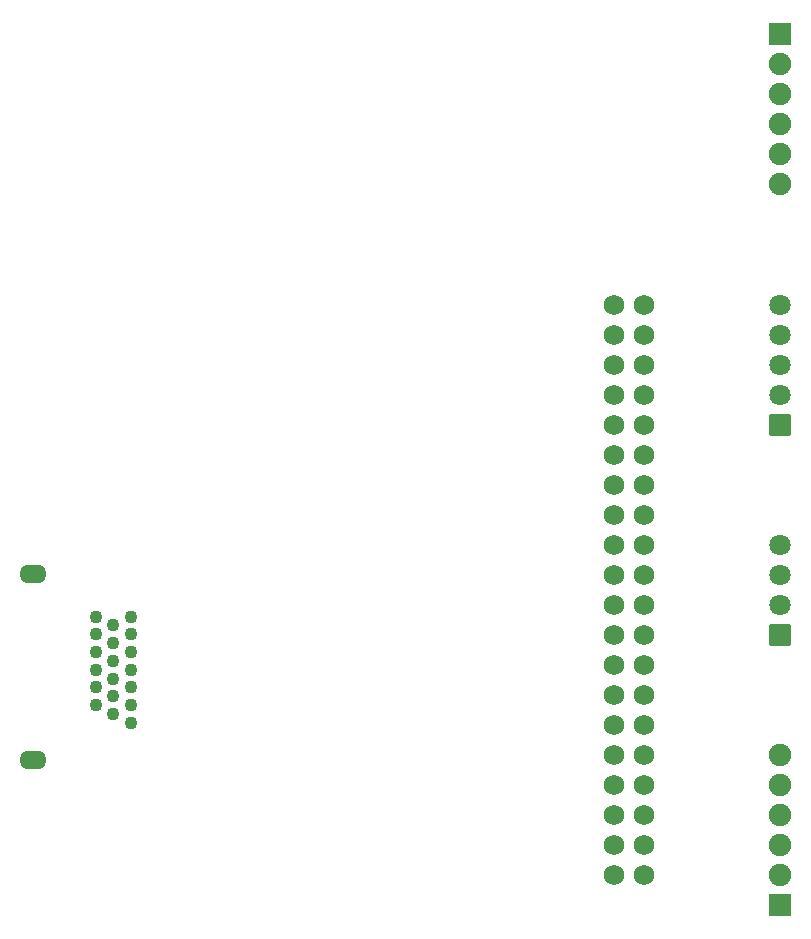
<source format=gbs>
G04 Layer: BottomSolderMaskLayer*
G04 EasyEDA v6.5.23, 2023-06-18 13:26:56*
G04 e563b856323e489fb497cbcb29ae2dd2,10*
G04 Gerber Generator version 0.2*
G04 Scale: 100 percent, Rotated: No, Reflected: No *
G04 Dimensions in millimeters *
G04 leading zeros omitted , absolute positions ,4 integer and 5 decimal *
%FSLAX45Y45*%
%MOMM*%

%AMMACRO1*1,1,$1,$2,$3*1,1,$1,$4,$5*1,1,$1,0-$2,0-$3*1,1,$1,0-$4,0-$5*20,1,$1,$2,$3,$4,$5,0*20,1,$1,$4,$5,0-$2,0-$3,0*20,1,$1,0-$2,0-$3,0-$4,0-$5,0*20,1,$1,0-$4,0-$5,$2,$3,0*4,1,4,$2,$3,$4,$5,0-$2,0-$3,0-$4,0-$5,$2,$3,0*%
%ADD10C,1.9016*%
%ADD11MACRO1,0.1016X-0.9X-0.9X-0.9X0.9*%
%ADD12C,1.7272*%
%ADD13MACRO1,0.1016X0.9X0.9X0.9X-0.9*%
%ADD14MACRO1,0.1016X-0.85X-0.85X-0.85X0.85*%
%ADD15C,1.8016*%
%ADD16C,1.1016*%
%ADD17O,2.3015956X1.6015970000000002*%

%LPD*%
D10*
G01*
X6699986Y2106515D03*
G01*
X6699986Y1852515D03*
G01*
X6699986Y1598515D03*
G01*
X6699986Y1344515D03*
G01*
X6699986Y1090515D03*
D11*
G01*
X6699986Y836517D03*
D12*
G01*
X5295900Y1092200D03*
G01*
X5549900Y1092200D03*
G01*
X5295900Y1346200D03*
G01*
X5549900Y1346200D03*
G01*
X5295900Y1600200D03*
G01*
X5549900Y1600200D03*
G01*
X5295900Y1854200D03*
G01*
X5549900Y1854200D03*
G01*
X5295900Y2108200D03*
G01*
X5549900Y2108200D03*
G01*
X5295900Y2362200D03*
G01*
X5549900Y2362200D03*
G01*
X5295900Y2616200D03*
G01*
X5549900Y2616200D03*
G01*
X5295900Y2870200D03*
G01*
X5549900Y2870200D03*
G01*
X5295900Y3124200D03*
G01*
X5549900Y3124200D03*
G01*
X5295900Y3378200D03*
G01*
X5549900Y3378200D03*
G01*
X5295900Y3632200D03*
G01*
X5549900Y3632200D03*
G01*
X5295900Y3886200D03*
G01*
X5549900Y3886200D03*
G01*
X5295900Y4140200D03*
G01*
X5549900Y4140200D03*
G01*
X5295900Y4394200D03*
G01*
X5549900Y4394200D03*
G01*
X5295900Y4648200D03*
G01*
X5549900Y4648200D03*
G01*
X5295900Y4902200D03*
G01*
X5549900Y4902200D03*
G01*
X5295900Y5156200D03*
G01*
X5549900Y5156200D03*
G01*
X5295900Y5410200D03*
G01*
X5549900Y5410200D03*
G01*
X5295900Y5664200D03*
G01*
X5549900Y5664200D03*
G01*
X5295900Y5918200D03*
G01*
X5549900Y5918200D03*
D10*
G01*
X6699986Y6946884D03*
G01*
X6699986Y7200884D03*
G01*
X6699986Y7454884D03*
G01*
X6699986Y7708884D03*
G01*
X6699986Y7962884D03*
D13*
G01*
X6699986Y8216884D03*
D14*
G01*
X6699987Y3124394D03*
D15*
G01*
X6699986Y3378393D03*
G01*
X6699986Y3632393D03*
G01*
X6699986Y3886393D03*
D14*
G01*
X6699987Y4902201D03*
D15*
G01*
X6699986Y5156200D03*
G01*
X6699986Y5410200D03*
G01*
X6699986Y5664200D03*
G01*
X6699986Y5918200D03*
D16*
G01*
X1202397Y2381504D03*
G01*
X1052385Y2456510D03*
G01*
X1202397Y2531490D03*
G01*
X902398Y2531490D03*
G01*
X1052385Y2606497D03*
G01*
X902398Y2681503D03*
G01*
X1202397Y2681503D03*
G01*
X1052385Y2756509D03*
G01*
X1202397Y2831490D03*
G01*
X902398Y2831490D03*
G01*
X1052385Y2906496D03*
G01*
X902398Y2981502D03*
G01*
X1202397Y2981502D03*
G01*
X1052385Y3056509D03*
G01*
X1202397Y3131515D03*
G01*
X902398Y3131515D03*
G01*
X1052385Y3206495D03*
G01*
X902398Y3281502D03*
G01*
X1202397Y3281502D03*
D17*
G01*
X372402Y2071496D03*
G01*
X372402Y3643503D03*
M02*

</source>
